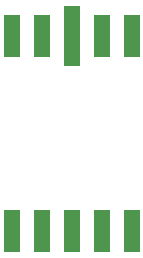
<source format=gtp>
%FSLAX43Y43*%
%MOMM*%
G71*
G01*
G75*
%ADD10R,1.400X3.600*%
%ADD11R,1.400X5.080*%
%ADD12C,0.700*%
%ADD13C,2.000*%
%ADD14C,0.210*%
%ADD15C,1.000*%
%ADD16C,0.254*%
%ADD17C,0.200*%
%ADD18C,0.250*%
D10*
X20080Y6745D02*
D03*
X17540D02*
D03*
X9920D02*
D03*
X15000D02*
D03*
X12460D02*
D03*
X20080Y23255D02*
D03*
X17540D02*
D03*
X9920D02*
D03*
X12460D02*
D03*
D11*
X15000D02*
D03*
M02*

</source>
